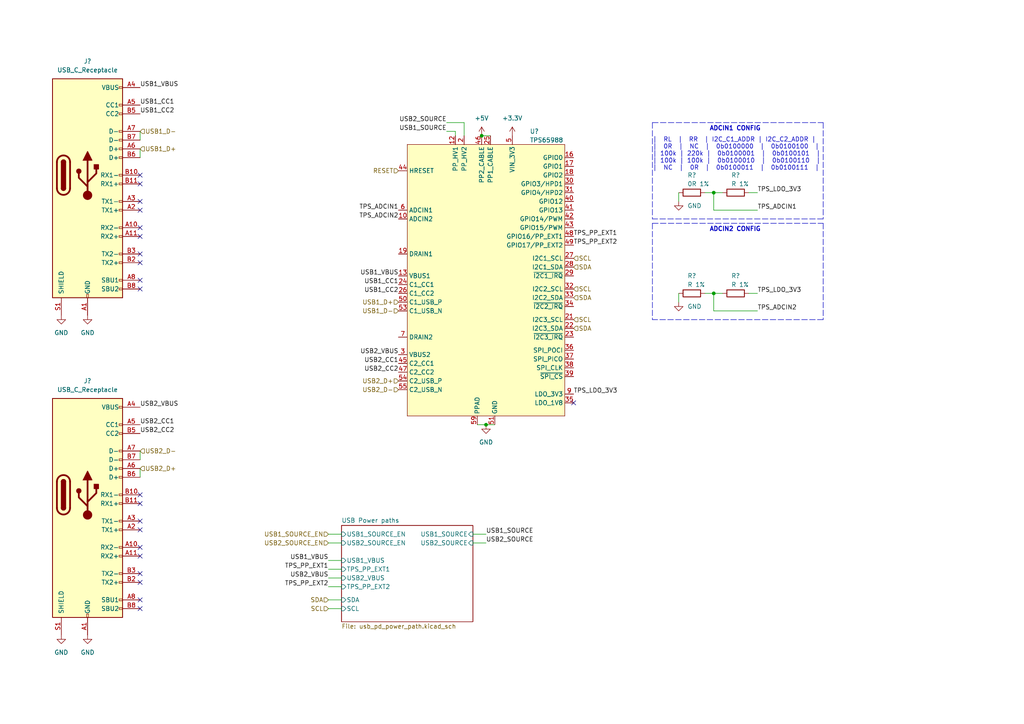
<source format=kicad_sch>
(kicad_sch (version 20211123) (generator eeschema)
  (paper "A4")
  (lib_symbols
    (symbol "Connector:USB_C_Receptacle" (pin_names (offset 1.016))
      (property "Reference" "J" (at -10.16 29.21 0))
      (property "Value" "USB_C_Receptacle" (at 10.16 29.21 0))
      (symbol "USB_C_Receptacle_0_0"
        (rectangle (start -0.254 -35.56) (end 0.254 -34.544))
        (rectangle (start 10.16 -32.766) (end 9.144 -33.274))
        (rectangle (start 10.16 -30.226) (end 9.144 -30.734))
        (rectangle (start 10.16 -25.146) (end 9.144 -25.654))
        (rectangle (start 10.16 -22.606) (end 9.144 -23.114))
        (rectangle (start 10.16 -17.526) (end 9.144 -18.034))
        (rectangle (start 10.16 -14.986) (end 9.144 -15.494))
        (rectangle (start 10.16 -9.906) (end 9.144 -10.414))
        (rectangle (start 10.16 -7.366) (end 9.144 -7.874))
        (rectangle (start 10.16 -2.286) (end 9.144 -2.794))
        (rectangle (start 10.16 0.254) (end 9.144 -0.254))
        (rectangle (start 10.16 5.334) (end 9.144 4.826))
        (rectangle (start 10.16 7.874) (end 9.144 7.366))
        (rectangle (start 10.16 10.414) (end 9.144 9.906))
        (rectangle (start 10.16 12.954) (end 9.144 12.446))
        (rectangle (start 10.16 18.034) (end 9.144 17.526))
        (rectangle (start 10.16 20.574) (end 9.144 20.066))
        (rectangle (start 10.16 25.654) (end 9.144 25.146))
      )
      (symbol "USB_C_Receptacle_0_1"
        (rectangle (start -10.16 27.94) (end 10.16 -35.56) (stroke (width 0.254)) (fill (type background)))
        (arc (start -8.89 -3.81) (mid -6.985 -5.715) (end -5.08 -3.81) (stroke (width 0.508)))
        (arc (start -7.62 -3.81) (mid -6.985 -4.445) (end -6.35 -3.81) (stroke (width 0.254)))
        (arc (start -7.62 -3.81) (mid -6.985 -4.445) (end -6.35 -3.81) (stroke (width 0.254)) (fill (type outline)))
        (rectangle (start -7.62 -3.81) (end -6.35 3.81) (stroke (width 0.254)) (fill (type outline)))
        (arc (start -6.35 3.81) (mid -6.985 4.445) (end -7.62 3.81) (stroke (width 0.254)))
        (arc (start -6.35 3.81) (mid -6.985 4.445) (end -7.62 3.81) (stroke (width 0.254)) (fill (type outline)))
        (arc (start -5.08 3.81) (mid -6.985 5.715) (end -8.89 3.81) (stroke (width 0.508)))
        (polyline (pts (xy -8.89 -3.81) (xy -8.89 3.81)) (stroke (width 0.508)))
        (polyline (pts (xy -5.08 3.81) (xy -5.08 -3.81)) (stroke (width 0.508)))
      )
      (symbol "USB_C_Receptacle_1_1"
        (circle (center -2.54 1.143) (radius 0.635) (stroke (width 0.254)) (fill (type outline)))
        (circle (center 0 -5.842) (radius 1.27) (fill (type outline)))
        (polyline (pts (xy 0 -5.842) (xy 0 4.318)) (stroke (width 0.508)))
        (polyline (pts (xy 0 -3.302) (xy -2.54 -0.762) (xy -2.54 0.508)) (stroke (width 0.508)))
        (polyline (pts (xy 0 -2.032) (xy 2.54 0.508) (xy 2.54 1.778)) (stroke (width 0.508)))
        (polyline (pts (xy -1.27 4.318) (xy 0 6.858) (xy 1.27 4.318) (xy -1.27 4.318)) (stroke (width 0.254)) (fill (type outline)))
        (rectangle (start 1.905 1.778) (end 3.175 3.048) (stroke (width 0.254)) (fill (type outline)))
        (pin passive line (at 0 -40.64 90) (length 5.08) (name "GND") (number "A1"))
        (pin bidirectional line (at 15.24 -15.24 180) (length 5.08) (name "RX2-") (number "A10"))
        (pin bidirectional line (at 15.24 -17.78 180) (length 5.08) (name "RX2+") (number "A11"))
        (pin passive line (at 0 -40.64 90) (length 5.08) hide (name "GND") (number "A12"))
        (pin bidirectional line (at 15.24 -10.16 180) (length 5.08) (name "TX1+") (number "A2"))
        (pin bidirectional line (at 15.24 -7.62 180) (length 5.08) (name "TX1-") (number "A3"))
        (pin passive line (at 15.24 25.4 180) (length 5.08) (name "VBUS") (number "A4"))
        (pin bidirectional line (at 15.24 20.32 180) (length 5.08) (name "CC1") (number "A5"))
        (pin bidirectional line (at 15.24 7.62 180) (length 5.08) (name "D+") (number "A6"))
        (pin bidirectional line (at 15.24 12.7 180) (length 5.08) (name "D-") (number "A7"))
        (pin bidirectional line (at 15.24 -30.48 180) (length 5.08) (name "SBU1") (number "A8"))
        (pin passive line (at 15.24 25.4 180) (length 5.08) hide (name "VBUS") (number "A9"))
        (pin passive line (at 0 -40.64 90) (length 5.08) hide (name "GND") (number "B1"))
        (pin bidirectional line (at 15.24 0 180) (length 5.08) (name "RX1-") (number "B10"))
        (pin bidirectional line (at 15.24 -2.54 180) (length 5.08) (name "RX1+") (number "B11"))
        (pin passive line (at 0 -40.64 90) (length 5.08) hide (name "GND") (number "B12"))
        (pin bidirectional line (at 15.24 -25.4 180) (length 5.08) (name "TX2+") (number "B2"))
        (pin bidirectional line (at 15.24 -22.86 180) (length 5.08) (name "TX2-") (number "B3"))
        (pin passive line (at 15.24 25.4 180) (length 5.08) hide (name "VBUS") (number "B4"))
        (pin bidirectional line (at 15.24 17.78 180) (length 5.08) (name "CC2") (number "B5"))
        (pin bidirectional line (at 15.24 5.08 180) (length 5.08) (name "D+") (number "B6"))
        (pin bidirectional line (at 15.24 10.16 180) (length 5.08) (name "D-") (number "B7"))
        (pin bidirectional line (at 15.24 -33.02 180) (length 5.08) (name "SBU2") (number "B8"))
        (pin passive line (at 15.24 25.4 180) (length 5.08) hide (name "VBUS") (number "B9"))
        (pin passive line (at -7.62 -40.64 90) (length 5.08) (name "SHIELD") (number "S1"))
      )
    )
    (symbol "Device:R" (pin_numbers hide) (pin_names (offset 0))
      (property "Reference" "R" (at 2.032 0 90))
      (property "Value" "R" (at 0 0 90))
      (symbol "R_0_1"
        (rectangle (start -1.016 -2.54) (end 1.016 2.54) (stroke (width 0.254)))
      )
      (symbol "R_1_1"
        (pin passive line (at 0 3.81 270) (length 1.27) (name "~") (number "1"))
        (pin passive line (at 0 -3.81 90) (length 1.27) (name "~") (number "2"))
      )
    )
    (symbol "airsoft_controller:TPS65988"
      (property "Reference" "U" (at 0 0 0))
      (property "Value" "TPS65988" (at 17.145 40.005 0))
      (symbol "TPS65988_0_0"
        (pin passive line (at -6.35 41.91 270) (length 2.54) hide (name "PP_HV2") (number "1"))
        (pin input line (at -25.4 17.78 0) (length 2.54) (name "ADCIN2") (number "10"))
        (pin passive line (at -8.89 41.91 270) (length 2.54) hide (name "PP_HV1") (number "11"))
        (pin passive line (at -8.89 41.91 270) (length 2.54) (name "PP_HV1") (number "12"))
        (pin passive line (at -25.4 1.27 0) (length 2.54) (name "VBUS1") (number "13"))
        (pin passive line (at -25.4 1.27 0) (length 2.54) hide (name "VBUS1") (number "14"))
        (pin passive line (at -25.4 7.62 0) (length 2.54) hide (name "DRAIN1") (number "15"))
        (pin bidirectional line (at 25.4 35.56 180) (length 2.54) (name "GPIO0") (number "16"))
        (pin bidirectional line (at 25.4 33.02 180) (length 2.54) (name "GPIO1") (number "17"))
        (pin bidirectional line (at 25.4 30.48 180) (length 2.54) (name "GPIO2") (number "18"))
        (pin passive line (at -25.4 7.62 0) (length 2.54) (name "DRAIN1") (number "19"))
        (pin passive line (at -6.35 41.91 270) (length 2.54) (name "PP_HV2") (number "2"))
        (pin passive line (at 2.54 -41.91 90) (length 2.54) hide (name "GND") (number "20"))
        (pin bidirectional line (at 25.4 -11.43 180) (length 2.54) (name "I2C3_SCL") (number "21"))
        (pin bidirectional line (at 25.4 -13.97 180) (length 2.54) (name "I2C3_SDA") (number "22"))
        (pin bidirectional line (at 25.4 -16.51 180) (length 2.54) (name "~{I2C3_IRQ}") (number "23"))
        (pin bidirectional line (at -25.4 -1.27 0) (length 2.54) (name "C1_CC1") (number "24"))
        (pin passive line (at 1.27 41.91 270) (length 2.54) (name "PP1_CABLE") (number "25"))
        (pin bidirectional line (at -25.4 -3.81 0) (length 2.54) (name "C1_CC2") (number "26"))
        (pin bidirectional line (at 25.4 6.35 180) (length 2.54) (name "I2C1_SCL") (number "27"))
        (pin bidirectional line (at 25.4 3.81 180) (length 2.54) (name "I2C1_SDA") (number "28"))
        (pin output line (at 25.4 1.27 180) (length 2.54) (name "~{I2C1_IRQ}") (number "29"))
        (pin passive line (at -25.4 -21.59 0) (length 2.54) (name "VBUS2") (number "3"))
        (pin bidirectional line (at 25.4 27.94 180) (length 2.54) (name "GPIO3/HPD1") (number "30"))
        (pin bidirectional line (at 25.4 25.4 180) (length 2.54) (name "GPIO4/HPD2") (number "31"))
        (pin bidirectional line (at 25.4 -2.54 180) (length 2.54) (name "I2C2_SCL") (number "32"))
        (pin bidirectional line (at 25.4 -5.08 180) (length 2.54) (name "I2C2_SDA") (number "33"))
        (pin output line (at 25.4 -7.62 180) (length 2.54) (name "~{I2C2_IRQ}") (number "34"))
        (pin passive line (at 25.4 -35.56 180) (length 2.54) (name "LDO_1V8") (number "35"))
        (pin input line (at 25.4 -20.32 180) (length 2.54) (name "SPI_POCI") (number "36"))
        (pin output line (at 25.4 -22.86 180) (length 2.54) (name "SPI_PICO") (number "37"))
        (pin bidirectional line (at 25.4 -25.4 180) (length 2.54) (name "SPI_CLK") (number "38"))
        (pin bidirectional line (at 25.4 -27.94 180) (length 2.54) (name "~{SPI_CS}") (number "39"))
        (pin passive line (at -25.4 -21.59 0) (length 2.54) hide (name "VBUS2") (number "4"))
        (pin bidirectional line (at 25.4 22.86 180) (length 2.54) (name "GPIO12") (number "40"))
        (pin bidirectional line (at 25.4 20.32 180) (length 2.54) (name "GPIO13") (number "41"))
        (pin bidirectional line (at 25.4 17.78 180) (length 2.54) (name "GPIO14/PWM") (number "42"))
        (pin bidirectional line (at 25.4 15.24 180) (length 2.54) (name "GPIO15/PWM") (number "43"))
        (pin bidirectional line (at -25.4 31.75 0) (length 2.54) (name "HRESET") (number "44"))
        (pin bidirectional line (at -25.4 -24.13 0) (length 2.54) (name "C2_CC1") (number "45"))
        (pin passive line (at -1.27 41.91 270) (length 2.54) (name "PP2_CABLE") (number "46"))
        (pin bidirectional line (at -25.4 -26.67 0) (length 2.54) (name "C2_CC2") (number "47"))
        (pin bidirectional line (at 25.4 12.7 180) (length 2.54) (name "GPIO16/PP_EXT1") (number "48"))
        (pin bidirectional line (at 25.4 10.16 180) (length 2.54) (name "GPIO17/PP_EXT2") (number "49"))
        (pin passive line (at 7.62 41.91 270) (length 2.54) (name "VIN_3V3") (number "5"))
        (pin bidirectional line (at -25.4 -6.35 0) (length 2.54) (name "C1_USB_P") (number "50"))
        (pin passive line (at 2.54 -41.91 90) (length 2.54) (name "GND") (number "51"))
        (pin passive line (at -25.4 -16.51 0) (length 2.54) hide (name "DRAIN2") (number "52"))
        (pin bidirectional line (at -25.4 -8.89 0) (length 2.54) (name "C1_USB_N") (number "53"))
        (pin bidirectional line (at -25.4 -29.21 0) (length 2.54) (name "C2_USB_P") (number "54"))
        (pin bidirectional line (at -25.4 -31.75 0) (length 2.54) (name "C2_USB_N") (number "55"))
        (pin passive line (at -25.4 -16.51 0) (length 2.54) hide (name "DRAIN2") (number "56"))
        (pin passive line (at -25.4 -16.51 0) (length 2.54) hide (name "DRAIN2") (number "57"))
        (pin passive line (at -25.4 7.62 0) (length 2.54) hide (name "DRAIN1") (number "58"))
        (pin passive line (at -2.54 -41.91 90) (length 2.54) (name "PPAD") (number "59"))
        (pin input line (at -25.4 20.32 0) (length 2.54) (name "ADCIN1") (number "6"))
        (pin passive line (at -25.4 -16.51 0) (length 2.54) (name "DRAIN2") (number "7"))
        (pin passive line (at -25.4 7.62 0) (length 2.54) hide (name "DRAIN1") (number "8"))
        (pin passive line (at 25.4 -33.02 180) (length 2.54) (name "LDO_3V3") (number "9"))
      )
      (symbol "TPS65988_0_1"
        (rectangle (start -22.86 39.37) (end 22.86 -39.37) (fill (type background)))
      )
    )
    (symbol "power:+3.3V" (power) (pin_names (offset 0))
      (property "Value" "+3.3V" (at 0 3.556 0))
      (symbol "+3.3V_0_1"
        (polyline (pts (xy -0.762 1.27) (xy 0 2.54)))
        (polyline (pts (xy 0 0) (xy 0 2.54)))
        (polyline (pts (xy 0 2.54) (xy 0.762 1.27)))
      )
      (symbol "+3.3V_1_1"
        (pin power_in line (at 0 0 90) (length 0) hide (name "+3.3V") (number "1"))
      )
    )
    (symbol "power:+5V" (power) (pin_names (offset 0))
      (property "Value" "+5V" (at 0 3.556 0))
      (symbol "+5V_0_1"
        (polyline (pts (xy -0.762 1.27) (xy 0 2.54)))
        (polyline (pts (xy 0 0) (xy 0 2.54)))
        (polyline (pts (xy 0 2.54) (xy 0.762 1.27)))
      )
      (symbol "+5V_1_1"
        (pin power_in line (at 0 0 90) (length 0) hide (name "+5V") (number "1"))
      )
    )
    (symbol "power:GND" (power) (pin_names (offset 0))
      (property "Value" "GND" (at 0 -3.81 0))
      (symbol "GND_0_1"
        (polyline (pts (xy 0 0) (xy 0 -1.27) (xy 1.27 -1.27) (xy 0 -2.54) (xy -1.27 -1.27) (xy 0 -1.27)))
      )
      (symbol "GND_1_1"
        (pin power_in line (at 0 0 270) (length 0) hide (name "GND") (number "1"))
      )
    )
  )
  (junction (at 140.97 123.19))
  (junction (at 207.01 55.88))
  (junction (at 207.01 85.09))
  (junction (at 139.7 39.37))
  (no_connect (at 40.64 83.82))
  (no_connect (at 40.64 76.2))
  (no_connect (at 40.64 81.28))
  (no_connect (at 40.64 50.8))
  (no_connect (at 40.64 53.34))
  (no_connect (at 40.64 58.42))
  (no_connect (at 40.64 60.96))
  (no_connect (at 40.64 66.04))
  (no_connect (at 40.64 68.58))
  (no_connect (at 40.64 73.66))
  (no_connect (at 40.64 143.51))
  (no_connect (at 40.64 146.05))
  (no_connect (at 40.64 176.53))
  (no_connect (at 40.64 166.37))
  (no_connect (at 40.64 168.91))
  (no_connect (at 40.64 173.99))
  (no_connect (at 40.64 161.29))
  (no_connect (at 40.64 151.13))
  (no_connect (at 40.64 153.67))
  (no_connect (at 40.64 158.75))
  (no_connect (at 166.37 116.84))
  (wire (pts (xy 207.01 90.17) (xy 207.01 85.09)))
  (wire (pts (xy 95.25 162.56) (xy 99.06 162.56)))
  (wire (pts (xy 138.43 123.19) (xy 140.97 123.19)))
  (wire (pts (xy 129.54 38.1) (xy 132.08 38.1)))
  (wire (pts (xy 207.01 85.09) (xy 204.47 85.09)))
  (wire (pts (xy 207.01 60.96) (xy 207.01 55.88)))
  (polyline (pts (xy 238.76 35.56) (xy 238.76 63.5)))
  (wire (pts (xy 140.97 123.19) (xy 143.51 123.19)))
  (wire (pts (xy 40.64 38.1) (xy 40.64 40.64)))
  (wire (pts (xy 95.25 170.18) (xy 99.06 170.18)))
  (wire (pts (xy 40.64 43.18) (xy 40.64 45.72)))
  (wire (pts (xy 134.62 35.56) (xy 134.62 39.37)))
  (wire (pts (xy 219.71 90.17) (xy 207.01 90.17)))
  (wire (pts (xy 209.55 55.88) (xy 207.01 55.88)))
  (wire (pts (xy 132.08 38.1) (xy 132.08 39.37)))
  (polyline (pts (xy 189.23 64.77) (xy 238.76 64.77)))
  (polyline (pts (xy 189.23 35.56) (xy 238.76 35.56)))
  (wire (pts (xy 207.01 55.88) (xy 204.47 55.88)))
  (polyline (pts (xy 238.76 92.71) (xy 189.23 92.71)))
  (wire (pts (xy 219.71 85.09) (xy 217.17 85.09)))
  (wire (pts (xy 137.16 154.94) (xy 140.97 154.94)))
  (wire (pts (xy 95.25 165.1) (xy 99.06 165.1)))
  (wire (pts (xy 139.7 39.37) (xy 142.24 39.37)))
  (polyline (pts (xy 238.76 63.5) (xy 189.23 63.5)))
  (wire (pts (xy 137.16 157.48) (xy 140.97 157.48)))
  (wire (pts (xy 95.25 154.94) (xy 99.06 154.94)))
  (wire (pts (xy 95.25 176.53) (xy 99.06 176.53)))
  (polyline (pts (xy 189.23 35.56) (xy 189.23 63.5)))
  (wire (pts (xy 40.64 130.81) (xy 40.64 133.35)))
  (wire (pts (xy 209.55 85.09) (xy 207.01 85.09)))
  (wire (pts (xy 219.71 60.96) (xy 207.01 60.96)))
  (polyline (pts (xy 189.23 64.77) (xy 189.23 92.71)))
  (wire (pts (xy 95.25 157.48) (xy 99.06 157.48)))
  (wire (pts (xy 129.54 35.56) (xy 134.62 35.56)))
  (wire (pts (xy 219.71 55.88) (xy 217.17 55.88)))
  (wire (pts (xy 40.64 135.89) (xy 40.64 138.43)))
  (wire (pts (xy 95.25 167.64) (xy 99.06 167.64)))
  (wire (pts (xy 196.85 87.63) (xy 196.85 85.09)))
  (polyline (pts (xy 238.76 64.77) (xy 238.76 92.71)))
  (wire (pts (xy 95.25 173.99) (xy 99.06 173.99)))
  (wire (pts (xy 196.85 58.42) (xy 196.85 55.88)))
  (text "|  RL  |  RR  | I2C_C1_ADDR | I2C_C2_ADDR |\n|  0R  |  NC  |  0b0100000  |  0b0100100  |\n| 100k | 220k |  0b0100001  |  0b0100101  |\n| 100k | 100k |  0b0100010  |  0b0100110  |\n|  NC  |  0R  |  0b0100011  |  0b0100111  | " (at 189.23 49.53 0) (effects (font (size 1.27 1.27)) (justify left bottom)))
  (text "ADCIN1 CONFIG" (at 205.74 38.1 0) (effects (font (size 1.27 1.27) (thickness 0.254) bold) (justify left bottom)))
  (text "ADCIN2 CONFIG" (at 205.74 67.31 0) (effects (font (size 1.27 1.27) (thickness 0.254) bold) (justify left bottom)))
  (label "USB1_SOURCE" (at 129.54 38.1 180))
  (label "USB2_CC1" (at 115.57 105.41 180))
  (label "USB2_SOURCE" (at 129.54 35.56 180))
  (label "TPS_LDO_3V3" (at 166.37 114.3 0))
  (label "TPS_ADCIN1" (at 115.57 60.96 180))
  (label "TPS_ADCIN2" (at 115.57 63.5 180))
  (label "USB2_VBUS" (at 40.64 118.11 0))
  (label "USB1_CC1" (at 115.57 82.55 180))
  (label "TPS_PP_EXT2" (at 95.25 170.18 180))
  (label "TPS_ADCIN2" (at 219.71 90.17 0))
  (label "USB1_CC1" (at 40.64 30.48 0))
  (label "USB2_CC1" (at 40.64 123.19 0))
  (label "USB1_VBUS" (at 95.25 162.56 180))
  (label "TPS_LDO_3V3" (at 219.71 85.09 0))
  (label "USB2_CC2" (at 40.64 125.73 0))
  (label "TPS_PP_EXT1" (at 166.37 68.58 0))
  (label "USB1_SOURCE" (at 140.97 154.94 0))
  (label "USB2_VBUS" (at 95.25 167.64 180))
  (label "TPS_ADCIN1" (at 219.71 60.96 0))
  (label "TPS_PP_EXT1" (at 95.25 165.1 180))
  (label "USB1_VBUS" (at 40.64 25.4 0))
  (label "USB1_CC2" (at 40.64 33.02 0))
  (label "USB2_SOURCE" (at 140.97 157.48 0))
  (label "USB2_VBUS" (at 115.57 102.87 180))
  (label "TPS_LDO_3V3" (at 219.71 55.88 0))
  (label "TPS_PP_EXT2" (at 166.37 71.12 0))
  (label "USB1_VBUS" (at 115.57 80.01 180))
  (label "USB1_CC2" (at 115.57 85.09 180))
  (label "USB2_CC2" (at 115.57 107.95 180))
  (hierarchical_label "SDA" (shape input) (at 166.37 77.47 0))
  (hierarchical_label "SCL" (shape input) (at 95.25 176.53 180))
  (hierarchical_label "SDA" (shape input) (at 166.37 95.25 0))
  (hierarchical_label "USB2_D-" (shape input) (at 115.57 113.03 180))
  (hierarchical_label "SCL" (shape input) (at 166.37 74.93 0))
  (hierarchical_label "SCL" (shape input) (at 166.37 92.71 0))
  (hierarchical_label "SCL" (shape input) (at 166.37 83.82 0))
  (hierarchical_label "USB1_SOURCE_EN" (shape input) (at 95.25 154.94 180))
  (hierarchical_label "SDA" (shape input) (at 166.37 86.36 0))
  (hierarchical_label "USB2_SOURCE_EN" (shape input) (at 95.25 157.48 180))
  (hierarchical_label "USB2_D+" (shape input) (at 115.57 110.49 180))
  (hierarchical_label "USB1_D-" (shape input) (at 115.57 90.17 180))
  (hierarchical_label "USB1_D-" (shape input) (at 40.64 38.1 0))
  (hierarchical_label "USB1_D+" (shape input) (at 115.57 87.63 180))
  (hierarchical_label "SDA" (shape input) (at 95.25 173.99 180))
  (hierarchical_label "USB2_D+" (shape input) (at 40.64 135.89 0))
  (hierarchical_label "RESET" (shape input) (at 115.57 49.53 180))
  (hierarchical_label "USB2_D-" (shape input) (at 40.64 130.81 0))
  (hierarchical_label "USB1_D+" (shape input) (at 40.64 43.18 0))
  (symbol (lib_id "power:GND") (at 196.85 58.42 0) (unit 1)
    (property "Reference" "#PWR0189" (effects hide))
    (property "Value" "GND" (at 199.39 59.6899 0) (effects (justify left)))
  )
  (symbol (lib_id "power:GND") (at 140.97 123.19 0) (unit 1)
    (property "Reference" "#PWR0182" (effects hide))
    (property "Value" "GND" (at 140.97 128.27 0))
  )
  (symbol (lib_id "Device:R") (at 213.36 55.88 90) (unit 1)
    (property "Reference" "R?" (at 212.09 50.8 90) (effects (justify right)))
    (property "Value" "R 1%" (at 212.09 53.34 90) (effects (justify right)))
  )
  (symbol (lib_id "power:GND") (at 17.78 91.44 0) (unit 1)
    (property "Reference" "#PWR0184" (effects hide))
    (property "Value" "GND" (at 17.78 96.52 0))
  )
  (symbol (lib_id "power:+3.3V") (at 148.59 39.37 0) (unit 1)
    (property "Reference" "#PWR0188" (effects hide))
    (property "Value" "+3.3V" (at 148.59 34.29 0))
  )
  (symbol (lib_id "Connector:USB_C_Receptacle") (at 25.4 50.8 0) (unit 1)
    (property "Reference" "J?" (at 25.4 17.78 0))
    (property "Value" "USB_C_Receptacle" (at 25.4 20.32 0))
    (property "Datasheet" "https://www.usb.org/sites/default/files/documents/usb_type-c.zip" (effects hide))
  )
  (symbol (lib_id "Device:R") (at 200.66 85.09 270) (unit 1)
    (property "Reference" "R?" (at 199.39 80.01 90) (effects (justify left)))
    (property "Value" "R 1%" (at 199.39 82.55 90) (effects (justify left)))
  )
  (symbol (lib_id "power:GND") (at 17.78 184.15 0) (unit 1)
    (property "Reference" "#PWR0186" (effects hide))
    (property "Value" "GND" (at 17.78 189.23 0))
  )
  (symbol (lib_id "Connector:USB_C_Receptacle") (at 25.4 143.51 0) (unit 1)
    (property "Reference" "J?" (at 25.4 110.49 0))
    (property "Value" "USB_C_Receptacle" (at 25.4 113.03 0))
    (property "Datasheet" "https://www.usb.org/sites/default/files/documents/usb_type-c.zip" (effects hide))
  )
  (symbol (lib_id "power:GND") (at 25.4 91.44 0) (unit 1)
    (property "Reference" "#PWR0183" (effects hide))
    (property "Value" "GND" (at 25.4 96.52 0))
  )
  (symbol (lib_id "power:+5V") (at 139.7 39.37 0) (unit 1)
    (property "Reference" "#PWR0185" (effects hide))
    (property "Value" "+5V" (at 139.7 34.29 0))
  )
  (symbol (lib_id "Device:R") (at 213.36 85.09 90) (unit 1)
    (property "Reference" "R?" (at 212.09 80.01 90) (effects (justify right)))
    (property "Value" "R 1%" (at 212.09 82.55 90) (effects (justify right)))
  )
  (symbol (lib_id "Device:R") (at 200.66 55.88 270) (unit 1)
    (property "Reference" "R?" (at 199.39 50.8 90) (effects (justify left)))
    (property "Value" "0R 1%" (at 199.39 53.34 90) (effects (justify left)))
  )
  (symbol (lib_id "airsoft_controller:TPS65988") (at 140.97 81.28 0) (unit 1)
    (property "Reference" "U?" (at 153.67 38.1 0) (effects (justify left)))
    (property "Value" "TPS65988" (at 153.67 40.64 0) (effects (justify left)))
    (property "Datasheet" "https://www.ti.com/lit/ds/symlink/tps65988dj.pdf?HQS=dis-mous-null-mousermode-dsf-pf-null-wwe&ts=1665230785558&ref_url=https%253A%252F%252Fwww.mouser.ee%252F" (effects hide))
  )
  (symbol (lib_id "power:GND") (at 25.4 184.15 0) (unit 1)
    (property "Reference" "#PWR0187" (effects hide))
    (property "Value" "GND" (at 25.4 189.23 0))
  )
  (symbol (lib_id "power:GND") (at 196.85 87.63 0) (unit 1)
    (property "Reference" "#PWR0181" (effects hide))
    (property "Value" "GND" (at 199.39 88.8999 0) (effects (justify left)))
  )
  (sheet (at 99.06 152.4) (size 38.1 27.94) (stroke (width 0.1524))
    (property "Sheet name" "USB Power paths" (at 99.06 151.6884 0) (effects (justify left bottom)))
    (property "Sheet file" "usb_pd_power_path.kicad_sch" (at 99.06 180.9246 0) (effects (justify left top)))
    (pin "USB2_SOURCE_EN" input (at 99.06 157.48 180))
    (pin "USB1_SOURCE_EN" input (at 99.06 154.94 180))
    (pin "SDA" input (at 99.06 173.99 180))
    (pin "SCL" input (at 99.06 176.53 180))
    (pin "USB1_VBUS" input (at 99.06 162.56 180))
    (pin "TPS_PP_EXT1" input (at 99.06 165.1 180))
    (pin "TPS_PP_EXT2" input (at 99.06 170.18 180))
    (pin "USB2_VBUS" input (at 99.06 167.64 180))
    (pin "USB2_SOURCE" input (at 137.16 157.48 0))
    (pin "USB1_SOURCE" input (at 137.16 154.94 0))
  )
)
</source>
